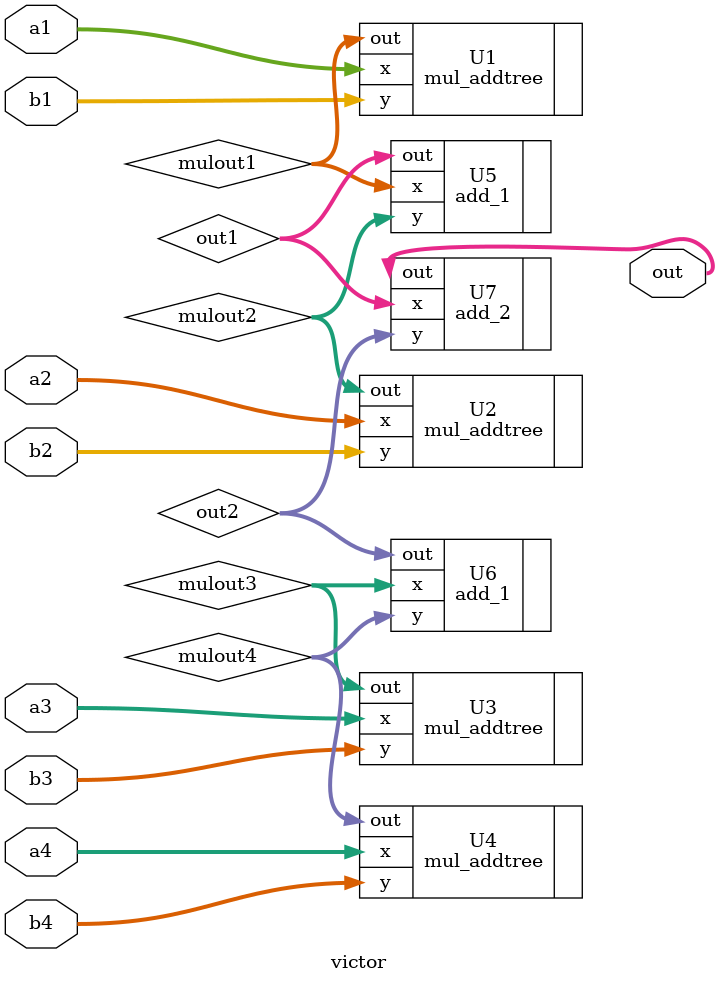
<source format=v>
module victor (
     a1,a2,a3,a4,
     b1,b2,b3,b4,
     out
);//top_module
parameter bits_num = 4;
input [bits_num-1:0] a1,a2,a3,a4,b1,b2,b3,b4;
output [9:0]out;
wire [7:0] mulout1,mulout2,mulout3,mulout4;//注意这里的信号是由mul_addtree模块给出的端口"out"驱动的，而且模块内都是连续赋值语句，因此都是线网类型；不能使用线网来驱动寄存器类型
wire [8:0] out1,out2;
wire [9:0] out;
mul_addtree U1(.x(a1),.y(b1),.out(mulout1));
mul_addtree U2(.x(a2),.y(b2),.out(mulout2));
mul_addtree U3(.x(a3),.y(b3),.out(mulout3));
mul_addtree U4(.x(a4),.y(b4),.out(mulout4));
add_1#(8) U5(.x(mulout1),.y(mulout2),.out(out1));
add_1#(8) U6(.x(mulout3),.y(mulout4),.out(out2));
add_2#(9) U7(.x(out1),.y(out2),.out(out));
endmodule
</source>
